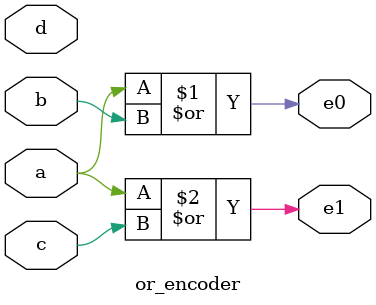
<source format=v>
`timescale 1ns / 1ps

module or_encoder(
    input a,b,c,d,
    output e0,e1
    );
assign e0=a|b;
assign e1=a|c;
endmodule

</source>
